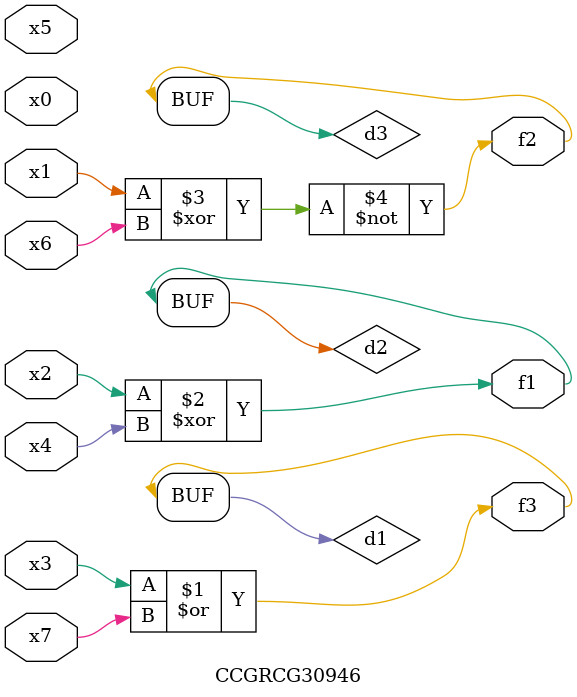
<source format=v>
module CCGRCG30946(
	input x0, x1, x2, x3, x4, x5, x6, x7,
	output f1, f2, f3
);

	wire d1, d2, d3;

	or (d1, x3, x7);
	xor (d2, x2, x4);
	xnor (d3, x1, x6);
	assign f1 = d2;
	assign f2 = d3;
	assign f3 = d1;
endmodule

</source>
